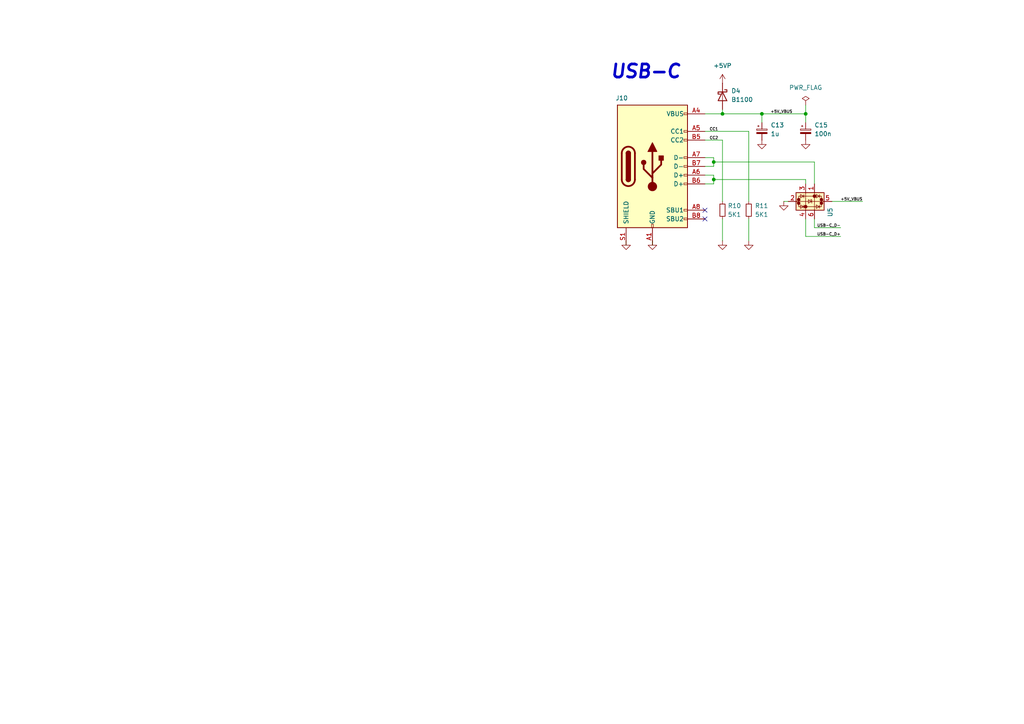
<source format=kicad_sch>
(kicad_sch (version 20250114) (generator "eeschema") (generator_version "9.0")
  (paper "A4")
  (lib_symbols
    (symbol "Library:C_Polarized_Small" (pin_numbers (hide yes)) (pin_names (offset 0.254) (hide yes))
      (property "Reference" "C" (at 0.254 1.778 0))
      (property "Value" "C_Polarized_Small" (at 0.254 -2.032 0))
      (symbol "C_Polarized_Small_0_1"
        (rectangle (start -1.524 0.6858) (end 1.524 0.3048))
        (rectangle (start -1.524 -0.3048) (end 1.524 -0.6858) (fill (type outline)))
        (polyline (pts (xy -1.27 1.524) (xy -0.762 1.524)))
        (polyline (pts (xy -1.016 1.27) (xy -1.016 1.778)))
      )
      (symbol "C_Polarized_Small_1_1"
        (pin passive line (at 0 2.54 270) (length 1.8542) (name "~") (number "1"))
        (pin passive line (at 0 -2.54 90) (length 1.8542) (name "~") (number "2"))
      )
    )
    (symbol "Library:D_Schottky" (pin_numbers (hide yes)) (pin_names (offset 1.016) (hide yes))
      (property "Reference" "D" (at 0 2.54 0))
      (property "Value" "D_Schottky" (at 0 -2.54 0))
      (symbol "D_Schottky_0_1"
        (polyline (pts (xy -1.905 0.635) (xy -1.905 1.27) (xy -1.27 1.27) (xy -1.27 -1.27) (xy -0.635 -1.27) (xy -0.635 -0.635)) (stroke (width 0.254)))
        (polyline (pts (xy 1.27 1.27) (xy 1.27 -1.27) (xy -1.27 0) (xy 1.27 1.27)) (stroke (width 0.254)))
        (polyline (pts (xy 1.27 0) (xy -1.27 0)))
      )
      (symbol "D_Schottky_1_1"
        (pin passive line (at -3.81 0 0) (length 2.54) (name "K") (number "1"))
        (pin passive line (at 3.81 0 180) (length 2.54) (name "A") (number "2"))
      )
    )
    (symbol "Library:GND" (power) (pin_numbers (hide yes)) (pin_names (offset 0) (hide yes))
      (property "Value" "GND" (at 0 -3.81 0))
      (symbol "GND_0_1"
        (polyline (pts (xy 0 0) (xy 0 -1.27) (xy 1.27 -1.27) (xy 0 -2.54) (xy -1.27 -1.27) (xy 0 -1.27)))
      )
      (symbol "GND_1_1"
        (pin power_in line (at 0 0 270) (length 0) (name "~") (number "1"))
      )
    )
    (symbol "Library:PWR_FLAG" (power) (pin_numbers (hide yes)) (pin_names (offset 0) (hide yes))
      (property "Value" "PWR_FLAG" (at 0 3.81 0))
      (symbol "PWR_FLAG_0_0"
        (pin power_out line (at 0 0 90) (length 0) (name "~") (number "1"))
      )
      (symbol "PWR_FLAG_0_1"
        (polyline (pts (xy 0 0) (xy 0 1.27) (xy -1.016 1.905) (xy 0 2.54) (xy 1.016 1.905) (xy 0 1.27)))
      )
    )
    (symbol "Library:R_Small" (pin_numbers (hide yes)) (pin_names (offset 0.254) (hide yes))
      (property "Reference" "R" (at 0.762 0.508 0))
      (property "Value" "R_Small" (at 0.762 -1.016 0))
      (symbol "R_Small_0_1"
        (rectangle (start -0.762 1.778) (end 0.762 -1.778) (stroke (width 0.2032)))
      )
      (symbol "R_Small_1_1"
        (pin passive line (at 0 2.54 270) (length 0.762) (name "~") (number "1"))
        (pin passive line (at 0 -2.54 90) (length 0.762) (name "~") (number "2"))
      )
    )
    (symbol "Library:USBLC6-2SC6" (pin_names (hide yes))
      (property "Reference" "U" (at 0.635 5.715 0))
      (property "Value" "USBLC6-2SC6" (at 0.635 3.81 0))
      (symbol "USBLC6-2SC6_0_0"
        (circle (center -1.524 0) (radius 0.0001) (stroke (width 0.508)))
        (circle (center -0.508 2.032) (radius 0.0001) (stroke (width 0.508)))
        (circle (center -0.508 -4.572) (radius 0.0001) (stroke (width 0.508)))
        (circle (center 0.508 2.032) (radius 0.0001) (stroke (width 0.508)))
        (circle (center 0.508 -4.572) (radius 0.0001) (stroke (width 0.508)))
        (circle (center 1.524 -2.54) (radius 0.0001) (stroke (width 0.508)))
      )
      (symbol "USBLC6-2SC6_0_1"
        (polyline (pts (xy -2.54 0) (xy 2.54 0)))
        (polyline (pts (xy -2.54 -2.54) (xy 2.54 -2.54)))
        (polyline (pts (xy -2.032 0.508) (xy -1.016 0.508) (xy -1.524 1.524) (xy -2.032 0.508)))
        (polyline (pts (xy -2.032 -3.048) (xy -1.016 -3.048)))
        (polyline (pts (xy -1.016 1.524) (xy -2.032 1.524)))
        (polyline (pts (xy -1.016 -4.064) (xy -2.032 -4.064) (xy -1.524 -3.048) (xy -1.016 -4.064)))
        (polyline (pts (xy -0.508 -1.143) (xy -0.508 -0.762) (xy 0.508 -0.762)))
        (polyline (pts (xy 0 2.54) (xy -0.508 2.032) (xy 0.508 2.032) (xy 0 1.524) (xy 0 -4.064) (xy -0.508 -4.572) (xy 0.508 -4.572) (xy 0 -5.08)))
        (polyline (pts (xy 0.508 -1.778) (xy -0.508 -1.778) (xy 0 -0.762) (xy 0.508 -1.778)))
        (polyline (pts (xy 1.016 1.524) (xy 2.032 1.524)))
        (polyline (pts (xy 1.016 -3.048) (xy 2.032 -3.048)))
        (polyline (pts (xy 2.032 0.508) (xy 1.016 0.508) (xy 1.524 1.524) (xy 2.032 0.508)))
        (polyline (pts (xy 2.032 -4.064) (xy 1.016 -4.064) (xy 1.524 -3.048) (xy 2.032 -4.064)))
      )
      (symbol "USBLC6-2SC6_1_1"
        (rectangle (start -2.54 2.794) (end 2.54 -5.334) (stroke (width 0.254)) (fill (type background)))
        (polyline (pts (xy -0.508 2.032) (xy -1.524 2.032) (xy -1.524 -4.572) (xy -0.508 -4.572)))
        (polyline (pts (xy 0.508 -4.572) (xy 1.524 -4.572) (xy 1.524 2.032) (xy 0.508 2.032)))
        (pin passive line (at -5.08 0 0) (length 2.54) (name "I/O1") (number "1"))
        (pin passive line (at -5.08 -2.54 0) (length 2.54) (name "I/O2") (number "3"))
        (pin passive line (at 0 5.08 270) (length 2.54) (name "VBUS") (number "5"))
        (pin passive line (at 0 -7.62 90) (length 2.54) (name "GND") (number "2"))
        (pin passive line (at 5.08 0 180) (length 2.54) (name "I/O1") (number "6"))
        (pin passive line (at 5.08 -2.54 180) (length 2.54) (name "I/O2") (number "4"))
      )
    )
    (symbol "Library:USB_C_Receptacle_USB2.0_16P" (pin_names (offset 1.016))
      (property "Reference" "J" (at 0 22.225 0))
      (property "Value" "USB_C_Receptacle_USB2.0_16P" (at 0 19.685 0))
      (symbol "USB_C_Receptacle_USB2.0_16P_0_0"
        (rectangle (start -0.254 -17.78) (end 0.254 -16.764))
        (rectangle (start 10.16 15.494) (end 9.144 14.986))
        (rectangle (start 10.16 10.414) (end 9.144 9.906))
        (rectangle (start 10.16 7.874) (end 9.144 7.366))
        (rectangle (start 10.16 2.794) (end 9.144 2.286))
        (rectangle (start 10.16 0.254) (end 9.144 -0.254))
        (rectangle (start 10.16 -2.286) (end 9.144 -2.794))
        (rectangle (start 10.16 -4.826) (end 9.144 -5.334))
        (rectangle (start 10.16 -12.446) (end 9.144 -12.954))
        (rectangle (start 10.16 -14.986) (end 9.144 -15.494))
      )
      (symbol "USB_C_Receptacle_USB2.0_16P_0_1"
        (rectangle (start -10.16 17.78) (end 10.16 -17.78) (stroke (width 0.254)) (fill (type background)))
        (polyline (pts (xy -8.89 -3.81) (xy -8.89 3.81)) (stroke (width 0.508)))
        (rectangle (start -7.62 -3.81) (end -6.35 3.81) (stroke (width 0.254)) (fill (type outline)))
        (arc (start -7.62 3.81) (mid -6.985 4.4423) (end -6.35 3.81) (stroke (width 0.254)))
        (arc (start -7.62 3.81) (mid -6.985 4.4423) (end -6.35 3.81) (stroke (width 0.254)) (fill (type outline)))
        (arc (start -8.89 3.81) (mid -6.985 5.7067) (end -5.08 3.81) (stroke (width 0.508)))
        (arc (start -5.08 -3.81) (mid -6.985 -5.7067) (end -8.89 -3.81) (stroke (width 0.508)))
        (arc (start -6.35 -3.81) (mid -6.985 -4.4423) (end -7.62 -3.81) (stroke (width 0.254)))
        (arc (start -6.35 -3.81) (mid -6.985 -4.4423) (end -7.62 -3.81) (stroke (width 0.254)) (fill (type outline)))
        (polyline (pts (xy -5.08 3.81) (xy -5.08 -3.81)) (stroke (width 0.508)))
        (circle (center -2.54 1.143) (radius 0.635) (stroke (width 0.254)) (fill (type outline)))
        (polyline (pts (xy -1.27 4.318) (xy 0 6.858) (xy 1.27 4.318) (xy -1.27 4.318)) (stroke (width 0.254)) (fill (type outline)))
        (polyline (pts (xy 0 -2.032) (xy 2.54 0.508) (xy 2.54 1.778)) (stroke (width 0.508)))
        (polyline (pts (xy 0 -3.302) (xy -2.54 -0.762) (xy -2.54 0.508)) (stroke (width 0.508)))
        (polyline (pts (xy 0 -5.842) (xy 0 4.318)) (stroke (width 0.508)))
        (circle (center 0 -5.842) (radius 1.27) (fill (type outline)))
        (rectangle (start 1.905 1.778) (end 3.175 3.048) (stroke (width 0.254)) (fill (type outline)))
      )
      (symbol "USB_C_Receptacle_USB2.0_16P_1_1"
        (pin passive line (at -7.62 -22.86 90) (length 5.08) (name "SHIELD") (number "S1"))
        (pin passive line (at 0 -22.86 90) (length 5.08) (name "GND") (number "A1"))
        (pin passive line (at 0 -22.86 90) (length 5.08) (hide yes) (name "GND") (number "A12"))
        (pin passive line (at 0 -22.86 90) (length 5.08) (hide yes) (name "GND") (number "B1"))
        (pin passive line (at 0 -22.86 90) (length 5.08) (hide yes) (name "GND") (number "B12"))
        (pin passive line (at 15.24 15.24 180) (length 5.08) (name "VBUS") (number "A4"))
        (pin passive line (at 15.24 15.24 180) (length 5.08) (hide yes) (name "VBUS") (number "A9"))
        (pin passive line (at 15.24 15.24 180) (length 5.08) (hide yes) (name "VBUS") (number "B4"))
        (pin passive line (at 15.24 15.24 180) (length 5.08) (hide yes) (name "VBUS") (number "B9"))
        (pin bidirectional line (at 15.24 10.16 180) (length 5.08) (name "CC1") (number "A5"))
        (pin bidirectional line (at 15.24 7.62 180) (length 5.08) (name "CC2") (number "B5"))
        (pin bidirectional line (at 15.24 2.54 180) (length 5.08) (name "D-") (number "A7"))
        (pin bidirectional line (at 15.24 0 180) (length 5.08) (name "D-") (number "B7"))
        (pin bidirectional line (at 15.24 -2.54 180) (length 5.08) (name "D+") (number "A6"))
        (pin bidirectional line (at 15.24 -5.08 180) (length 5.08) (name "D+") (number "B6"))
        (pin bidirectional line (at 15.24 -12.7 180) (length 5.08) (name "SBU1") (number "A8"))
        (pin bidirectional line (at 15.24 -15.24 180) (length 5.08) (name "SBU2") (number "B8"))
      )
    )
    (symbol "power:+5VP" (power) (pin_numbers (hide yes)) (pin_names (offset 0) (hide yes))
      (property "Value" "+5VP" (at 0 3.556 0))
      (symbol "+5VP_0_1"
        (polyline (pts (xy -0.762 1.27) (xy 0 2.54)))
        (polyline (pts (xy 0 2.54) (xy 0.762 1.27)))
        (polyline (pts (xy 0 0) (xy 0 2.54)))
      )
      (symbol "+5VP_1_1"
        (pin power_in line (at 0 0 90) (length 0) (name "~") (number "1"))
      )
    )
  )
  (text "USB-C" (at 176.784 23.114 0) (effects (font (size 3.81 3.81) (bold yes) (italic yes)) (justify left bottom)))
  (junction (at 233.68 33.02))
  (junction (at 207.01 46.99))
  (junction (at 207.01 52.07))
  (junction (at 209.55 33.02))
  (junction (at 220.98 33.02))
  (no_connect (at 204.47 63.5))
  (no_connect (at 204.47 60.96))
  (wire (pts (xy 207.01 53.34) (xy 204.47 53.34)))
  (wire (pts (xy 207.01 45.72) (xy 207.01 46.99)))
  (wire (pts (xy 204.47 40.64) (xy 209.55 40.64)))
  (wire (pts (xy 217.17 38.1) (xy 217.17 58.42)))
  (wire (pts (xy 181.61 69.85) (xy 181.61 71.12)))
  (wire (pts (xy 233.68 52.07) (xy 233.68 53.34)))
  (wire (pts (xy 207.01 50.8) (xy 207.01 52.07)))
  (wire (pts (xy 220.98 33.02) (xy 233.68 33.02)))
  (wire (pts (xy 236.22 63.5) (xy 236.22 66.04)))
  (wire (pts (xy 209.55 63.5) (xy 209.55 69.85)))
  (wire (pts (xy 204.47 50.8) (xy 207.01 50.8)))
  (wire (pts (xy 233.68 30.48) (xy 233.68 33.02)))
  (wire (pts (xy 207.01 48.26) (xy 204.47 48.26)))
  (wire (pts (xy 189.23 69.85) (xy 189.23 71.12)))
  (wire (pts (xy 204.47 45.72) (xy 207.01 45.72)))
  (wire (pts (xy 207.01 52.07) (xy 233.68 52.07)))
  (wire (pts (xy 209.55 40.64) (xy 209.55 58.42)))
  (wire (pts (xy 204.47 38.1) (xy 217.17 38.1)))
  (wire (pts (xy 204.47 33.02) (xy 209.55 33.02)))
  (wire (pts (xy 217.17 63.5) (xy 217.17 69.85)))
  (wire (pts (xy 207.01 46.99) (xy 207.01 48.26)))
  (wire (pts (xy 207.01 52.07) (xy 207.01 53.34)))
  (wire (pts (xy 236.22 46.99) (xy 236.22 53.34)))
  (wire (pts (xy 233.68 63.5) (xy 233.68 68.58)))
  (wire (pts (xy 236.22 66.04) (xy 243.84 66.04)))
  (wire (pts (xy 220.98 33.02) (xy 220.98 35.56)))
  (wire (pts (xy 209.55 33.02) (xy 220.98 33.02)))
  (wire (pts (xy 207.01 46.99) (xy 236.22 46.99)))
  (wire (pts (xy 233.68 33.02) (xy 233.68 35.56)))
  (wire (pts (xy 233.68 68.58) (xy 243.84 68.58)))
  (wire (pts (xy 227.33 58.42) (xy 228.6 58.42)))
  (wire (pts (xy 209.55 31.75) (xy 209.55 33.02)))
  (wire (pts (xy 241.3 58.42) (xy 250.19 58.42)))
  (label "USB-C_D-" (at 243.84 66.04 180) (effects (font (size 0.8128 0.8128))))
  (label "CC1" (at 205.74 38.1 0) (effects (font (size 0.8128 0.8128))))
  (label "CC2" (at 205.74 40.64 0) (effects (font (size 0.8128 0.8128))))
  (label "USB-C_D+" (at 243.84 68.58 180) (effects (font (size 0.8128 0.8128))))
  (label "+5V_VBUS" (at 229.87 33.02 180) (effects (font (size 0.8128 0.8128))))
  (label "+5V_VBUS" (at 250.19 58.42 180) (effects (font (size 0.8128 0.8128))))
  (symbol (lib_id "Library:USBLC6-2SC6") (at 236.22 58.42 270) (unit 1)
    (property "Reference" "U5" (at 240.792 60.198 0) (effects (justify left)))
    (property "Value" "USBLC6-2SC6" (effects (hide yes)))
    (property "Footprint" "Package_TO_SOT_SMD:SOT-23-6_Handsoldering" (effects (hide yes)))
    (property "Datasheet" "https://www.st.com/resource/en/datasheet/usblc6-2.pdf" (effects (hide yes)))
    (property "Description" "Very low capacitance ESD protection diode, 2 data-line, SOT-23-6" (effects (hide yes)))
    (property "LCSC Part" "C5199178" (effects (hide yes)))
  )
  (symbol (lib_id "Library:GND") (at 227.33 58.42 0) (unit 1)
    (property "Reference" "#PWR054" (effects (hide yes)))
    (property "Value" "GND" (effects (hide yes)))
    (property "Description" "Power symbol creates a global label with name \"GND\" , ground" (effects (hide yes)))
  )
  (symbol (lib_id "Library:PWR_FLAG") (at 233.68 30.48 0) (unit 1)
    (property "Reference" "#FLG02" (effects (hide yes)))
    (property "Value" "PWR_FLAG" (at 233.68 25.4 0))
    (property "Description" "Special symbol for telling ERC where power comes from" (effects (hide yes)))
  )
  (symbol (lib_id "Library:R_Small") (at 217.17 60.96 0) (unit 1)
    (property "Reference" "R11" (at 218.948 59.69 0) (effects (justify left)))
    (property "Value" "5K1" (at 218.948 62.23 0) (effects (justify left)))
    (property "Footprint" "0_passives:R_0402_1005Metric_Pad0.72x0.64mm_HandSolder" (effects (hide yes)))
    (property "Description" "Resistor, small symbol" (effects (hide yes)))
    (property "LCSC Part" "C25905" (effects (hide yes)))
  )
  (symbol (lib_id "Library:GND") (at 233.68 40.64 0) (unit 1)
    (property "Reference" "#PWR055" (effects (hide yes)))
    (property "Value" "GND" (effects (hide yes)))
    (property "Description" "Power symbol creates a global label with name \"GND\" , ground" (effects (hide yes)))
  )
  (symbol (lib_id "Library:C_Polarized_Small") (at 220.98 38.1 0) (unit 1)
    (property "Reference" "C13" (at 223.52 36.2838 0) (effects (justify left)))
    (property "Value" "1u" (at 223.52 38.8238 0) (effects (justify left)))
    (property "Footprint" "0_passives:C_0402_1005Metric_Pad0.74x0.62mm_HandSolder" (effects (hide yes)))
    (property "Description" "Polarized capacitor, small symbol" (effects (hide yes)))
    (property "LCSC Part" "C14445" (effects (hide yes)))
  )
  (symbol (lib_id "Library:GND") (at 209.55 69.85 0) (unit 1)
    (property "Reference" "#PWR047" (effects (hide yes)))
    (property "Value" "GND" (effects (hide yes)))
    (property "Description" "Power symbol creates a global label with name \"GND\" , ground" (effects (hide yes)))
  )
  (symbol (lib_id "power:+5VP") (at 209.55 24.13 0) (unit 1)
    (property "Reference" "#PWR015" (effects (hide yes)))
    (property "Value" "+5VP" (at 209.55 19.05 0))
    (property "Description" "Power symbol creates a global label with name \"+5VP\"" (effects (hide yes)))
  )
  (symbol (lib_id "Library:GND") (at 181.61 69.85 0) (unit 1)
    (property "Reference" "#PWR042" (effects (hide yes)))
    (property "Value" "GND" (effects (hide yes)))
    (property "Description" "Power symbol creates a global label with name \"GND\" , ground" (effects (hide yes)))
  )
  (symbol (lib_id "Library:GND") (at 220.98 40.64 0) (unit 1)
    (property "Reference" "#PWR052" (effects (hide yes)))
    (property "Value" "GND" (effects (hide yes)))
    (property "Description" "Power symbol creates a global label with name \"GND\" , ground" (effects (hide yes)))
  )
  (symbol (lib_id "Library:USB_C_Receptacle_USB2.0_16P") (at 189.23 48.26 0) (unit 1)
    (property "Reference" "J10" (at 180.34 28.448 0))
    (property "Value" "USB_C_Receptacle_USB2.0_16P" (effects (hide yes)))
    (property "Footprint" "Connector_USB:USB_C_Receptacle_HRO_TYPE-C-31-M-12" (effects (hide yes)))
    (property "Datasheet" "https://www.usb.org/sites/default/files/documents/usb_type-c.zip" (effects (hide yes)))
    (property "Description" "USB 2.0-only 16P Type-C Receptacle connector" (effects (hide yes)))
    (property "LCSC Part" "C165948" (effects (hide yes)))
  )
  (symbol (lib_id "Library:GND") (at 217.17 69.85 0) (unit 1)
    (property "Reference" "#PWR051" (effects (hide yes)))
    (property "Value" "GND" (effects (hide yes)))
    (property "Description" "Power symbol creates a global label with name \"GND\" , ground" (effects (hide yes)))
  )
  (symbol (lib_id "Library:R_Small") (at 209.55 60.96 0) (unit 1)
    (property "Reference" "R10" (at 211.074 59.69 0) (effects (justify left)))
    (property "Value" "5K1" (at 211.074 62.23 0) (effects (justify left)))
    (property "Footprint" "0_passives:R_0402_1005Metric_Pad0.72x0.64mm_HandSolder" (effects (hide yes)))
    (property "Description" "Resistor, small symbol" (effects (hide yes)))
    (property "LCSC Part" "C25905" (effects (hide yes)))
  )
  (symbol (lib_id "Library:C_Polarized_Small") (at 233.68 38.1 0) (unit 1)
    (property "Reference" "C15" (at 236.22 36.2838 0) (effects (justify left)))
    (property "Value" "100n" (at 236.22 38.8238 0) (effects (justify left)))
    (property "Footprint" "0_passives:C_0402_1005Metric_Pad0.74x0.62mm_HandSolder" (effects (hide yes)))
    (property "Description" "Polarized capacitor, small symbol" (effects (hide yes)))
    (property "LCSC Part" "C41851" (effects (hide yes)))
  )
  (symbol (lib_id "Library:GND") (at 189.23 69.85 0) (unit 1)
    (property "Reference" "#PWR044" (effects (hide yes)))
    (property "Value" "GND" (effects (hide yes)))
    (property "Description" "Power symbol creates a global label with name \"GND\" , ground" (effects (hide yes)))
  )
  (symbol (lib_id "Library:D_Schottky") (at 209.55 27.94 270) (unit 1)
    (property "Reference" "D4" (at 212.09 26.3524 90) (effects (justify left)))
    (property "Value" "B1100" (at 212.09 28.8924 90) (effects (justify left)))
    (property "Footprint" "Diode_SMD:D_SMB" (effects (hide yes)))
    (property "LCSC Part" "C1884570" (effects (hide yes)))
  )
)
</source>
